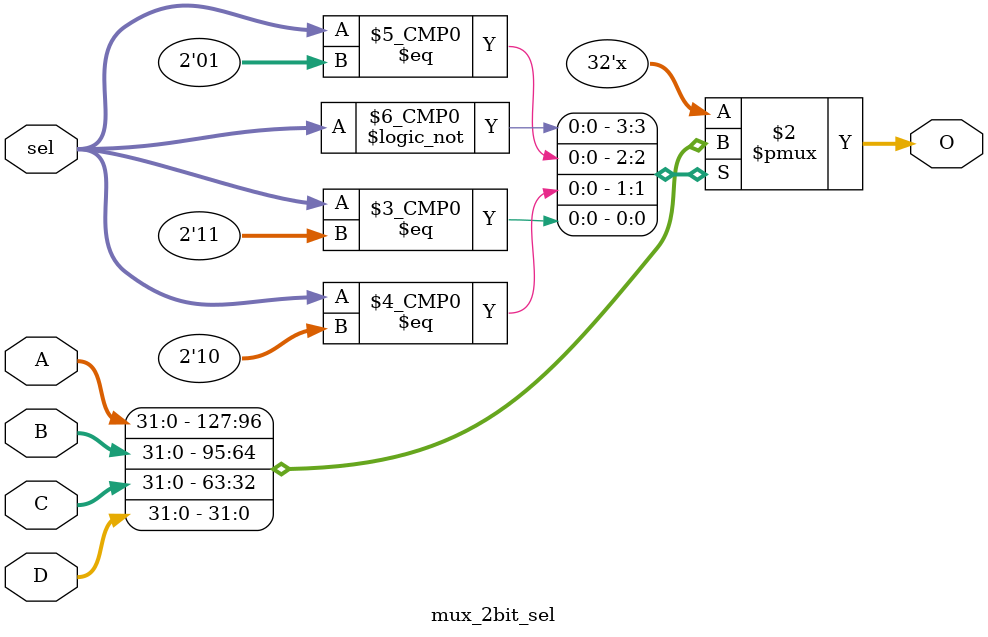
<source format=sv>
`timescale 1ns / 1ps


module mux_2bit_sel(
    input [31:0] A,
    input [31:0] B,
    input [31:0] C,
    input [31:0] D,
    input [1:0] sel,
    output logic [31:0] O
    );
    
    always_comb begin
        case (sel)
            0: O = A;
            1: O = B;
            2: O = C;
            3: O = D;
            default: O = 0;
        endcase
    end
    
endmodule

</source>
